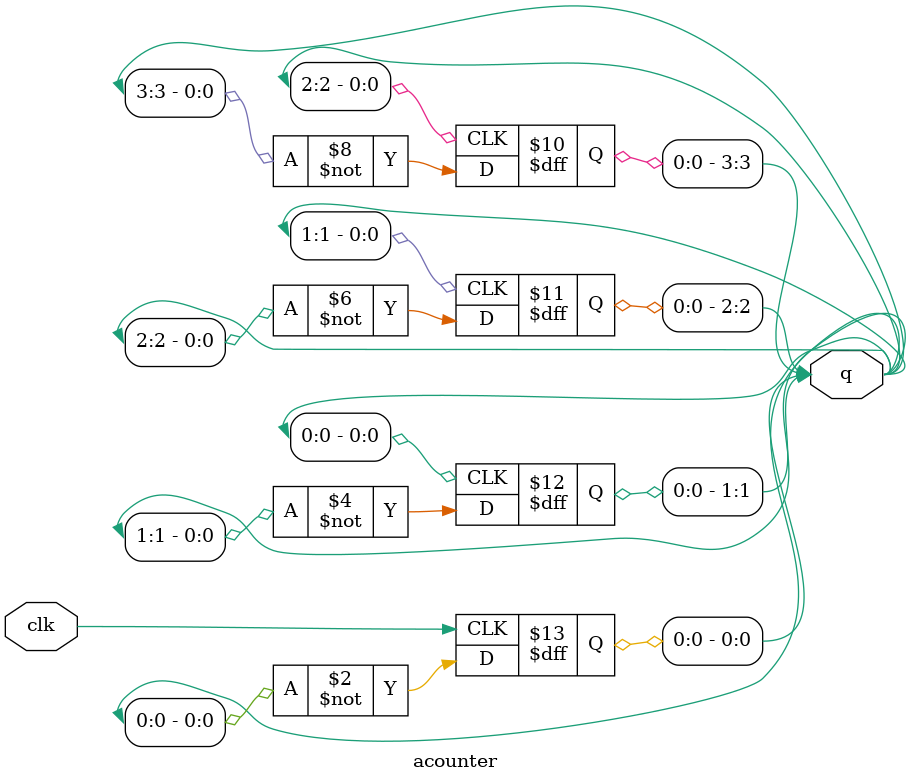
<source format=sv>
module acounter( clk, q );
input clk;
output reg[3:0]q;
wire clk;

initial begin
    q = 4'b0;
end

 always @( negedge clk )
    q[0] <= ~q[0];

  always @( negedge q[0] )
    q[1] <= ~q[1];

  always @( negedge q[1] )
    q[2] <= ~q[2];

  always @( negedge q[2] )
    q[3] <= ~q[3];

endmodule
</source>
